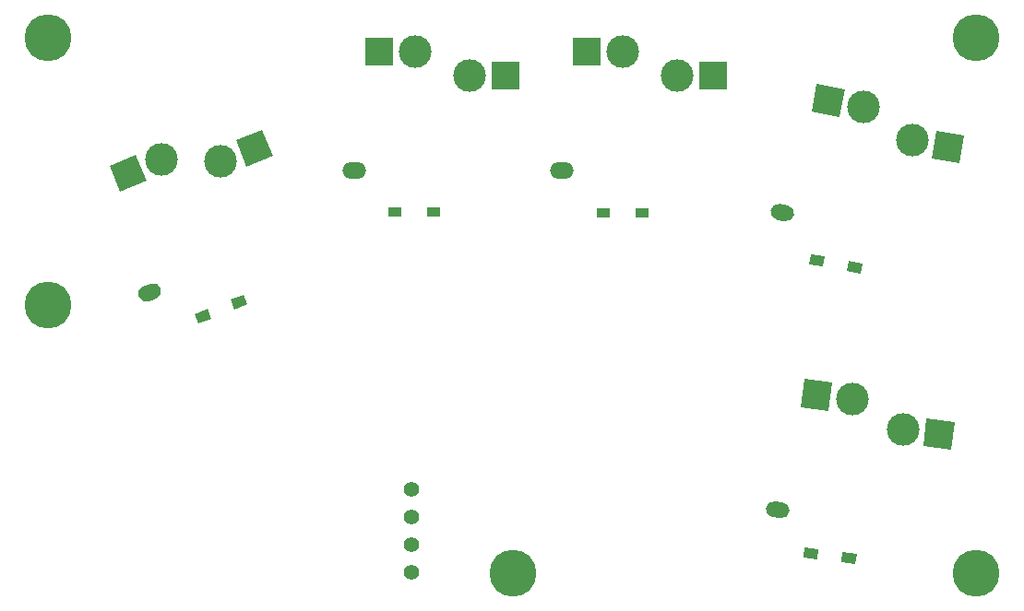
<source format=gbs>
%TF.GenerationSoftware,KiCad,Pcbnew,(5.1.9-0-10_14)*%
%TF.CreationDate,2021-06-22T22:50:01+09:00*%
%TF.ProjectId,quali5,7175616c-6935-42e6-9b69-6361645f7063,rev?*%
%TF.SameCoordinates,Original*%
%TF.FileFunction,Soldermask,Bot*%
%TF.FilePolarity,Negative*%
%FSLAX46Y46*%
G04 Gerber Fmt 4.6, Leading zero omitted, Abs format (unit mm)*
G04 Created by KiCad (PCBNEW (5.1.9-0-10_14)) date 2021-06-22 22:50:01*
%MOMM*%
%LPD*%
G01*
G04 APERTURE LIST*
%ADD10C,3.000000*%
%ADD11C,0.100000*%
%ADD12C,4.300000*%
%ADD13R,2.600000X2.600000*%
%ADD14O,2.200000X1.500000*%
%ADD15R,1.300000X0.950000*%
%ADD16C,1.397000*%
G04 APERTURE END LIST*
D10*
%TO.C,SW2*%
X90229821Y-99224615D03*
X95689875Y-99391387D03*
D11*
G36*
X86451764Y-102153145D02*
G01*
X85477786Y-99742467D01*
X87888464Y-98768489D01*
X88862442Y-101179167D01*
X86451764Y-102153145D01*
G37*
G36*
X98031232Y-99847513D02*
G01*
X97057254Y-97436835D01*
X99467932Y-96462857D01*
X100441910Y-98873535D01*
X98031232Y-99847513D01*
G37*
G36*
G01*
X88147261Y-111822053D02*
X88147261Y-111822053D01*
G75*
G02*
X88561694Y-110845710I695388J280955D01*
G01*
X89210722Y-110583486D01*
G75*
G02*
X90187065Y-110997919I280955J-695388D01*
G01*
X90187065Y-110997919D01*
G75*
G02*
X89772632Y-111974262I-695388J-280955D01*
G01*
X89123604Y-112236486D01*
G75*
G02*
X88147261Y-111822053I-280955J695388D01*
G01*
G37*
%TD*%
D12*
%TO.C,Ref\u002A\u002A*%
X79810000Y-112590000D03*
%TD*%
%TO.C,Ref\u002A\u002A*%
X122510000Y-137190000D03*
%TD*%
%TO.C,Ref\u002A\u002A*%
X165010000Y-137190000D03*
%TD*%
%TO.C,Ref\u002A\u002A*%
X165010000Y-87990000D03*
%TD*%
%TO.C,Ref\u002A\u002A*%
X79810000Y-87990000D03*
%TD*%
D10*
%TO.C,SW4*%
X132540000Y-89270000D03*
X137540000Y-91470000D03*
D13*
X129240000Y-89270000D03*
X140840000Y-91470000D03*
D14*
X126990000Y-100170000D03*
%TD*%
D11*
%TO.C,D5*%
G36*
X150531274Y-134981438D02*
G01*
X150415498Y-135924356D01*
X149125188Y-135765926D01*
X149240964Y-134823008D01*
X150531274Y-134981438D01*
G37*
G36*
X154054812Y-135414074D02*
G01*
X153939036Y-136356992D01*
X152648726Y-136198562D01*
X152764502Y-135255644D01*
X154054812Y-135414074D01*
G37*
%TD*%
%TO.C,D4*%
G36*
X151090401Y-108117939D02*
G01*
X150917277Y-109052031D01*
X149639045Y-108815125D01*
X149812169Y-107881033D01*
X151090401Y-108117939D01*
G37*
G36*
X154580955Y-108764875D02*
G01*
X154407831Y-109698967D01*
X153129599Y-109462061D01*
X153302723Y-108527969D01*
X154580955Y-108764875D01*
G37*
%TD*%
D15*
%TO.C,D3*%
X130765000Y-104060000D03*
X134315000Y-104060000D03*
%TD*%
%TO.C,D2*%
X111635000Y-103990000D03*
X115185000Y-103990000D03*
%TD*%
D11*
%TO.C,D1*%
G36*
X94488980Y-112931020D02*
G01*
X94844857Y-113811845D01*
X93639518Y-114298834D01*
X93283641Y-113418009D01*
X94488980Y-112931020D01*
G37*
G36*
X97780482Y-111601166D02*
G01*
X98136359Y-112481991D01*
X96931020Y-112968980D01*
X96575143Y-112088155D01*
X97780482Y-111601166D01*
G37*
%TD*%
D10*
%TO.C,SW6*%
X153629029Y-121233978D03*
X158323647Y-124026926D03*
D11*
G36*
X148904887Y-121963689D02*
G01*
X149221747Y-119383069D01*
X151802367Y-119699929D01*
X151485507Y-122280549D01*
X148904887Y-121963689D01*
G37*
G36*
X160150310Y-125560975D02*
G01*
X160467170Y-122980355D01*
X163047790Y-123297215D01*
X162730930Y-125877835D01*
X160150310Y-125560975D01*
G37*
G36*
G01*
X145700221Y-131242300D02*
X145700221Y-131242300D01*
G75*
G02*
X146536033Y-130589292I744410J-91402D01*
G01*
X147230815Y-130674600D01*
G75*
G02*
X147883823Y-131510412I-91402J-744410D01*
G01*
X147883823Y-131510412D01*
G75*
G02*
X147048011Y-132163420I-744410J91402D01*
G01*
X146353229Y-132078112D01*
G75*
G02*
X145700221Y-131242300I91402J744410D01*
G01*
G37*
%TD*%
D14*
%TO.C,SW3*%
X107940000Y-100170000D03*
D13*
X121790000Y-91470000D03*
X110190000Y-89270000D03*
D10*
X118490000Y-91470000D03*
X113490000Y-89270000D03*
%TD*%
D16*
%TO.C,OL1*%
X113210000Y-137090000D03*
X113210000Y-134550000D03*
X113210000Y-132010000D03*
X113210000Y-129470000D03*
%TD*%
%TO.C,SW5*%
G36*
G01*
X146140178Y-103874408D02*
X146140178Y-103874408D01*
G75*
G02*
X147014296Y-103273644I737441J-136677D01*
G01*
X147702574Y-103401208D01*
G75*
G02*
X148303338Y-104275326I-136677J-737441D01*
G01*
X148303338Y-104275326D01*
G75*
G02*
X147429220Y-104876090I-737441J136677D01*
G01*
X146740942Y-104748526D01*
G75*
G02*
X146140178Y-103874408I136677J737441D01*
G01*
G37*
D11*
G36*
X160910149Y-99085837D02*
G01*
X161383962Y-96529374D01*
X163940425Y-97003187D01*
X163466612Y-99559650D01*
X160910149Y-99085837D01*
G37*
G36*
X149905310Y-94808744D02*
G01*
X150379123Y-92252281D01*
X152935586Y-92726094D01*
X152461773Y-95282557D01*
X149905310Y-94808744D01*
G37*
D10*
X159180546Y-97443134D03*
X154665190Y-94368796D03*
%TD*%
M02*

</source>
